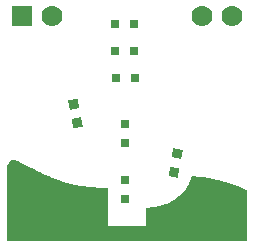
<source format=gbr>
G04 #@! TF.FileFunction,Soldermask,Top*
%FSLAX46Y46*%
G04 Gerber Fmt 4.6, Leading zero omitted, Abs format (unit mm)*
G04 Created by KiCad (PCBNEW 4.0.7-e2-6376~61~ubuntu18.04.1) date Fri Aug 17 14:13:56 2018*
%MOMM*%
%LPD*%
G01*
G04 APERTURE LIST*
%ADD10C,0.100000*%
%ADD11R,0.800000X0.800000*%
%ADD12R,1.778000X1.778000*%
%ADD13C,1.778000*%
G04 APERTURE END LIST*
D10*
G36*
X149058315Y-98168638D02*
X148931285Y-98196686D01*
X148823397Y-98264018D01*
X148733972Y-98374126D01*
X148662330Y-98530498D01*
X148607791Y-98736625D01*
X148569676Y-98995998D01*
X148547306Y-99312107D01*
X148540000Y-99688442D01*
X148540000Y-105060207D01*
X168860209Y-105060207D01*
X168860209Y-100711635D01*
X168843925Y-100703143D01*
X168795664Y-100678793D01*
X168716312Y-100640279D01*
X168606754Y-100589293D01*
X168467877Y-100527528D01*
X168300566Y-100456676D01*
X168105706Y-100378429D01*
X167884185Y-100294481D01*
X167636887Y-100206524D01*
X167364699Y-100116251D01*
X167068506Y-100025354D01*
X166749194Y-99935525D01*
X166407649Y-99848457D01*
X166044757Y-99765843D01*
X165661403Y-99689375D01*
X165258474Y-99620747D01*
X164836855Y-99561649D01*
X164397432Y-99513776D01*
X164226383Y-99512744D01*
X164153137Y-99752989D01*
X164077955Y-99966765D01*
X164014510Y-100107540D01*
X163947377Y-100222347D01*
X163834676Y-100417082D01*
X163734058Y-100581429D01*
X163630396Y-100723413D01*
X163506039Y-100862857D01*
X163343337Y-101019583D01*
X163124641Y-101213416D01*
X162913491Y-101385899D01*
X162704890Y-101534614D01*
X162496754Y-101660805D01*
X162286999Y-101765714D01*
X162073543Y-101850586D01*
X161895350Y-101916586D01*
X161797590Y-101960140D01*
X161675071Y-101999683D01*
X161431941Y-102049985D01*
X161118162Y-102101873D01*
X160783699Y-102146175D01*
X160492099Y-102191078D01*
X160363053Y-102237126D01*
X160352129Y-102291029D01*
X160329980Y-102591109D01*
X160329895Y-103033860D01*
X160329709Y-103312090D01*
X160329447Y-103467292D01*
X160329129Y-103540957D01*
X160328778Y-103574580D01*
X160328419Y-103609652D01*
X160327396Y-103790001D01*
X158737829Y-103790001D01*
X157148261Y-103790001D01*
X157143094Y-103678380D01*
X157142191Y-103599802D01*
X157141120Y-103413733D01*
X157139935Y-103144400D01*
X157138689Y-102816026D01*
X157137437Y-102452838D01*
X157136230Y-102079061D01*
X157135123Y-101718919D01*
X157134169Y-101396639D01*
X157133421Y-101136446D01*
X157132934Y-100962565D01*
X157132759Y-100899221D01*
X157130710Y-100758122D01*
X157127592Y-100524567D01*
X156964294Y-100538002D01*
X156731453Y-100529580D01*
X156490850Y-100517073D01*
X156241991Y-100500188D01*
X155984379Y-100478631D01*
X155717518Y-100452105D01*
X155440913Y-100420318D01*
X155154067Y-100382973D01*
X154761297Y-100322239D01*
X154382877Y-100250906D01*
X154018598Y-100170056D01*
X153668247Y-100080767D01*
X153331616Y-99984121D01*
X153008492Y-99881199D01*
X152698666Y-99773081D01*
X152401927Y-99660847D01*
X152118064Y-99545578D01*
X151846866Y-99428354D01*
X151588123Y-99310257D01*
X151341624Y-99192365D01*
X151107159Y-99075761D01*
X150884517Y-98961524D01*
X150673487Y-98850735D01*
X150473858Y-98744474D01*
X150285420Y-98643822D01*
X150107963Y-98549859D01*
X149941275Y-98463667D01*
X149785146Y-98386325D01*
X149639366Y-98318913D01*
X149503723Y-98262514D01*
X149378007Y-98218206D01*
X149262007Y-98187070D01*
X149155513Y-98170187D01*
X149058315Y-98168638D01*
X149058315Y-98168638D01*
G37*
D11*
X157750000Y-88950800D03*
X159350000Y-88950800D03*
X157840000Y-91236800D03*
X159440000Y-91236800D03*
D10*
G36*
X154977301Y-95337310D02*
X154189455Y-95476228D01*
X154050537Y-94688382D01*
X154838383Y-94549464D01*
X154977301Y-95337310D01*
X154977301Y-95337310D01*
G37*
G36*
X154699463Y-93761618D02*
X153911617Y-93900536D01*
X153772699Y-93112690D01*
X154560545Y-92973772D01*
X154699463Y-93761618D01*
X154699463Y-93761618D01*
G37*
D11*
X158600000Y-96750000D03*
X158600000Y-95150000D03*
D10*
G36*
X163035545Y-99651228D02*
X162247699Y-99512310D01*
X162386617Y-98724464D01*
X163174463Y-98863382D01*
X163035545Y-99651228D01*
X163035545Y-99651228D01*
G37*
G36*
X163313383Y-98075536D02*
X162525537Y-97936618D01*
X162664455Y-97148772D01*
X163452301Y-97287690D01*
X163313383Y-98075536D01*
X163313383Y-98075536D01*
G37*
D11*
X158600000Y-101450000D03*
X158600000Y-99850000D03*
X157750000Y-86664800D03*
X159350000Y-86664800D03*
D12*
X149810000Y-86010000D03*
D13*
X152350000Y-86010000D03*
X165050000Y-86010000D03*
X167590000Y-86010000D03*
X149810000Y-103790000D03*
X152350000Y-103790000D03*
X165050000Y-103790000D03*
X167590000Y-103790000D03*
M02*

</source>
